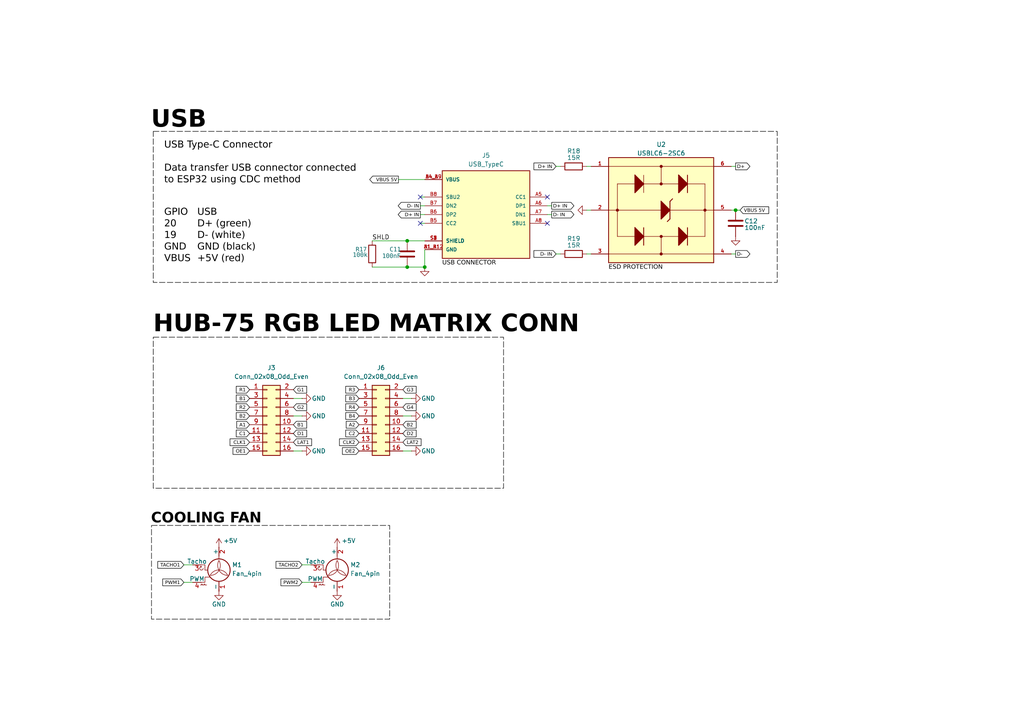
<source format=kicad_sch>
(kicad_sch (version 20250114) (generator "eeschema") (generator_version "9.0")
  (paper "A4")
  (lib_symbols
    (symbol "Connector_Generic:Conn_02x08_Odd_Even" (pin_names (offset 1.016) (hide yes))
      (property "Reference" "J" (at 1.27 10.16 0))
      (property "Value" "Conn_02x08_Odd_Even" (at 1.27 -12.7 0))
      (symbol "Conn_02x08_Odd_Even_1_1"
        (rectangle (start -1.27 8.89) (end 3.81 -11.43) (stroke (width 0.254)) (fill (type background)))
        (rectangle (start -1.27 7.747) (end 0 7.493) (stroke (width 0.1524)))
        (rectangle (start -1.27 5.207) (end 0 4.953) (stroke (width 0.1524)))
        (rectangle (start -1.27 2.667) (end 0 2.413) (stroke (width 0.1524)))
        (rectangle (start -1.27 0.127) (end 0 -0.127) (stroke (width 0.1524)))
        (rectangle (start -1.27 -2.413) (end 0 -2.667) (stroke (width 0.1524)))
        (rectangle (start -1.27 -4.953) (end 0 -5.207) (stroke (width 0.1524)))
        (rectangle (start -1.27 -7.493) (end 0 -7.747) (stroke (width 0.1524)))
        (rectangle (start -1.27 -10.033) (end 0 -10.287) (stroke (width 0.1524)))
        (rectangle (start 3.81 7.747) (end 2.54 7.493) (stroke (width 0.1524)))
        (rectangle (start 3.81 5.207) (end 2.54 4.953) (stroke (width 0.1524)))
        (rectangle (start 3.81 2.667) (end 2.54 2.413) (stroke (width 0.1524)))
        (rectangle (start 3.81 0.127) (end 2.54 -0.127) (stroke (width 0.1524)))
        (rectangle (start 3.81 -2.413) (end 2.54 -2.667) (stroke (width 0.1524)))
        (rectangle (start 3.81 -4.953) (end 2.54 -5.207) (stroke (width 0.1524)))
        (rectangle (start 3.81 -7.493) (end 2.54 -7.747) (stroke (width 0.1524)))
        (rectangle (start 3.81 -10.033) (end 2.54 -10.287) (stroke (width 0.1524)))
        (pin passive line (at -5.08 7.62 0) (length 3.81) (name "Pin_1") (number "1"))
        (pin passive line (at -5.08 5.08 0) (length 3.81) (name "Pin_3") (number "3"))
        (pin passive line (at -5.08 2.54 0) (length 3.81) (name "Pin_5") (number "5"))
        (pin passive line (at -5.08 0 0) (length 3.81) (name "Pin_7") (number "7"))
        (pin passive line (at -5.08 -2.54 0) (length 3.81) (name "Pin_9") (number "9"))
        (pin passive line (at -5.08 -5.08 0) (length 3.81) (name "Pin_11") (number "11"))
        (pin passive line (at -5.08 -7.62 0) (length 3.81) (name "Pin_13") (number "13"))
        (pin passive line (at -5.08 -10.16 0) (length 3.81) (name "Pin_15") (number "15"))
        (pin passive line (at 7.62 7.62 180) (length 3.81) (name "Pin_2") (number "2"))
        (pin passive line (at 7.62 5.08 180) (length 3.81) (name "Pin_4") (number "4"))
        (pin passive line (at 7.62 2.54 180) (length 3.81) (name "Pin_6") (number "6"))
        (pin passive line (at 7.62 0 180) (length 3.81) (name "Pin_8") (number "8"))
        (pin passive line (at 7.62 -2.54 180) (length 3.81) (name "Pin_10") (number "10"))
        (pin passive line (at 7.62 -5.08 180) (length 3.81) (name "Pin_12") (number "12"))
        (pin passive line (at 7.62 -7.62 180) (length 3.81) (name "Pin_14") (number "14"))
        (pin passive line (at 7.62 -10.16 180) (length 3.81) (name "Pin_16") (number "16"))
      )
    )
    (symbol "Device:C" (pin_numbers (hide yes)) (pin_names (offset 0.254))
      (property "Reference" "C" (at 0.635 2.54 0))
      (property "Value" "C" (at 0.635 -2.54 0))
      (symbol "C_0_1"
        (polyline (pts (xy -2.032 0.762) (xy 2.032 0.762)) (stroke (width 0.508)))
        (polyline (pts (xy -2.032 -0.762) (xy 2.032 -0.762)) (stroke (width 0.508)))
      )
      (symbol "C_1_1"
        (pin passive line (at 0 3.81 270) (length 2.794) (name "~") (number "1"))
        (pin passive line (at 0 -3.81 90) (length 2.794) (name "~") (number "2"))
      )
    )
    (symbol "Device:R" (pin_numbers (hide yes)) (pin_names (offset 0))
      (property "Reference" "R" (at 2.032 0 90))
      (property "Value" "R" (at 0 0 90))
      (symbol "R_0_1"
        (rectangle (start -1.016 -2.54) (end 1.016 2.54) (stroke (width 0.254)))
      )
      (symbol "R_1_1"
        (pin passive line (at 0 3.81 270) (length 1.27) (name "~") (number "1"))
        (pin passive line (at 0 -3.81 90) (length 1.27) (name "~") (number "2"))
      )
    )
    (symbol "Motor:Fan_4pin" (pin_names (offset 0))
      (property "Reference" "M" (at 2.54 5.08 0))
      (property "Value" "Fan_4pin" (at 2.54 -2.54 0))
      (symbol "Fan_4pin_0_0"
        (polyline (pts (xy -5.08 2.032) (xy -5.334 2.159)))
        (polyline (pts (xy -5.08 2.032) (xy -5.207 1.778)))
        (arc (start -4.572 1.524) (mid -5.08 1.0182) (end -5.588 1.524))
        (arc (start -5.588 1.524) (mid -5.4392 1.8832) (end -5.08 2.032))
        (polyline (pts (xy -4.064 2.54) (xy -4.064 1.016) (xy -3.302 1.016)))
      )
      (symbol "Fan_4pin_0_1"
        (polyline (pts (xy -5.334 -3.302) (xy -5.08 -3.302) (xy -5.08 -3.048) (xy -4.826 -3.048) (xy -4.826 -3.302) (xy -4.318 -3.302) (xy -4.318 -3.048) (xy -4.064 -3.048) (xy -4.064 -3.302) (xy -3.556 -3.302)))
        (polyline (pts (xy -4.064 2.54) (xy -5.08 2.54)))
        (polyline (pts (xy -2.54 -1.016) (xy -4.064 -1.016) (xy -4.064 -2.54) (xy -5.08 -2.54)))
        (arc (start 0 3.81) (mid -0.0015 0.9048) (end -2.54 -0.508))
        (polyline (pts (xy 0 4.572) (xy 0 5.08)))
        (polyline (pts (xy 0 4.2672) (xy 0 4.6228)))
        (circle (center 0 1.016) (radius 3.2512) (stroke (width 0.254)))
        (arc (start -2.54 -0.508) (mid 0 1.0618) (end 2.54 -0.508))
        (polyline (pts (xy 0 -2.2352) (xy 0 -2.6416)))
        (polyline (pts (xy 0 -5.08) (xy 0 -4.572)))
        (arc (start 2.54 -0.508) (mid 0.047 0.9315) (end 0 3.81))
      )
      (symbol "Fan_4pin_1_1"
        (pin passive line (at -7.62 2.54 0) (length 2.54) (name "Tacho") (number "3"))
        (pin input line (at -7.62 -2.54 0) (length 2.54) (name "PWM") (number "4"))
        (pin passive line (at 0 7.62 270) (length 2.54) (name "+") (number "2"))
        (pin passive line (at 0 -5.08 90) (length 2.54) (name "-") (number "1"))
      )
    )
    (symbol "power:+5V" (power) (pin_numbers (hide yes)) (pin_names (offset 0) (hide yes))
      (property "Value" "+5V" (at 0 3.556 0))
      (symbol "+5V_0_1"
        (polyline (pts (xy -0.762 1.27) (xy 0 2.54)))
        (polyline (pts (xy 0 2.54) (xy 0.762 1.27)))
        (polyline (pts (xy 0 0) (xy 0 2.54)))
      )
      (symbol "+5V_1_1"
        (pin power_in line (at 0 0 90) (length 0) (name "~") (number "1"))
      )
    )
    (symbol "power:GND" (power) (pin_numbers (hide yes)) (pin_names (offset 0) (hide yes))
      (property "Value" "GND" (at 0 -3.81 0))
      (symbol "GND_0_1"
        (polyline (pts (xy 0 0) (xy 0 -1.27) (xy 1.27 -1.27) (xy 0 -2.54) (xy -1.27 -1.27) (xy 0 -1.27)))
      )
      (symbol "GND_1_1"
        (pin power_in line (at 0 0 270) (length 0) (name "~") (number "1"))
      )
    )
    (symbol "sumec_library:USBLC6-2SC6" (pin_names (offset 1.016))
      (property "Reference" "U" (at -15.2693 17.8093 0))
      (property "Value" "USBLC6-2SC6" (at -15.2559 -17.7959 0))
      (symbol "USBLC6-2SC6_0_0"
        (polyline (pts (xy -15.24 12.7) (xy 0 12.7)) (stroke (width 0.1524)))
        (polyline (pts (xy -15.24 -12.7) (xy 0 -12.7)) (stroke (width 0.1524)))
        (rectangle (start -15.24 -15.24) (end 15.24 15.24) (stroke (width 0.254)) (fill (type background)))
        (polyline (pts (xy -12.7 7.62) (xy -12.7 0)) (stroke (width 0.1524)))
        (polyline (pts (xy -12.7 7.62) (xy -7.62 7.62)) (stroke (width 0.1524)))
        (circle (center -12.7 0) (radius 0.254) (stroke (width 0.381)))
        (polyline (pts (xy -12.7 0) (xy -15.24 0)) (stroke (width 0.1524)))
        (polyline (pts (xy -12.7 0) (xy -12.7 -7.62)) (stroke (width 0.1524)))
        (polyline (pts (xy -12.7 0) (xy 0 0)) (stroke (width 0.1524)))
        (polyline (pts (xy -12.7 -7.62) (xy -7.62 -7.62)) (stroke (width 0.1524)))
        (polyline (pts (xy -7.62 10.16) (xy -5.08 7.62)) (stroke (width 0.254)))
        (polyline (pts (xy -7.62 10.16) (xy -7.62 5.08) (xy -5.08 7.62) (xy -7.62 10.16)) (stroke (width 0.254)) (fill (type outline)))
        (polyline (pts (xy -7.62 7.62) (xy -7.62 10.16)) (stroke (width 0.254)))
        (polyline (pts (xy -7.62 5.08) (xy -7.62 7.62)) (stroke (width 0.254)))
        (polyline (pts (xy -7.62 -5.08) (xy -5.08 -7.62)) (stroke (width 0.254)))
        (polyline (pts (xy -7.62 -5.08) (xy -7.62 -10.16) (xy -5.08 -7.62) (xy -7.62 -5.08)) (stroke (width 0.254)) (fill (type outline)))
        (polyline (pts (xy -7.62 -7.62) (xy -7.62 -5.08)) (stroke (width 0.254)))
        (polyline (pts (xy -7.62 -10.16) (xy -7.62 -7.62)) (stroke (width 0.254)))
        (polyline (pts (xy -5.08 10.16) (xy -5.08 7.62)) (stroke (width 0.1524)))
        (polyline (pts (xy -5.08 7.62) (xy -7.62 5.08)) (stroke (width 0.254)))
        (polyline (pts (xy -5.08 7.62) (xy -5.08 5.08)) (stroke (width 0.1524)))
        (polyline (pts (xy -5.08 7.62) (xy 0 7.62)) (stroke (width 0.1524)))
        (polyline (pts (xy -5.08 -5.08) (xy -5.08 -7.62)) (stroke (width 0.254)))
        (polyline (pts (xy -5.08 -7.62) (xy -7.62 -10.16)) (stroke (width 0.254)))
        (polyline (pts (xy -5.08 -7.62) (xy -5.08 -10.16)) (stroke (width 0.254)))
        (polyline (pts (xy -5.08 -7.62) (xy 0 -7.62)) (stroke (width 0.1524)))
        (circle (center 0 12.7) (radius 0.254) (stroke (width 0.381)))
        (polyline (pts (xy 0 12.7) (xy 15.24 12.7)) (stroke (width 0.1524)))
        (circle (center 0 7.62) (radius 0.254) (stroke (width 0.381)))
        (polyline (pts (xy 0 7.62) (xy 0 12.7)) (stroke (width 0.1524)))
        (polyline (pts (xy 0 7.62) (xy 5.08 7.62)) (stroke (width 0.1524)))
        (polyline (pts (xy 0 2.54) (xy 2.54 0)) (stroke (width 0.254)))
        (polyline (pts (xy 0 2.54) (xy 0 -2.54) (xy 2.54 0) (xy 0 2.54)) (stroke (width 0.254)) (fill (type outline)))
        (polyline (pts (xy 0 0) (xy 0 2.54)) (stroke (width 0.254)))
        (polyline (pts (xy 0 -2.54) (xy 0 0)) (stroke (width 0.254)))
        (polyline (pts (xy 0 -7.62) (xy 0 -12.7)) (stroke (width 0.1524)))
        (polyline (pts (xy 0 -7.62) (xy 5.08 -7.62)) (stroke (width 0.1524)))
        (circle (center 0 -7.62) (radius 0.254) (stroke (width 0.381)))
        (circle (center 0 -12.7) (radius 0.254) (stroke (width 0.381)))
        (polyline (pts (xy 2.54 2.54) (xy 2.54 -2.54)) (stroke (width 0.254)))
        (polyline (pts (xy 2.54 2.54) (xy 3.302 3.302)) (stroke (width 0.254)))
        (polyline (pts (xy 2.54 0) (xy 0 -2.54)) (stroke (width 0.254)))
        (polyline (pts (xy 2.54 0) (xy 12.7 0)) (stroke (width 0.1524)))
        (polyline (pts (xy 2.54 -2.54) (xy 1.778 -3.302)) (stroke (width 0.254)))
        (polyline (pts (xy 5.08 10.16) (xy 7.62 7.62)) (stroke (width 0.254)))
        (polyline (pts (xy 5.08 10.16) (xy 5.08 5.08) (xy 7.62 7.62) (xy 5.08 10.16)) (stroke (width 0.254)) (fill (type outline)))
        (polyline (pts (xy 5.08 7.62) (xy 5.08 10.16)) (stroke (width 0.254)))
        (polyline (pts (xy 5.08 5.08) (xy 5.08 7.62)) (stroke (width 0.254)))
        (polyline (pts (xy 5.08 -5.08) (xy 7.62 -7.62)) (stroke (width 0.254)))
        (polyline (pts (xy 5.08 -5.08) (xy 5.08 -10.16) (xy 7.62 -7.62) (xy 5.08 -5.08)) (stroke (width 0.254)) (fill (type outline)))
        (polyline (pts (xy 5.08 -7.62) (xy 5.08 -5.08)) (stroke (width 0.254)))
        (polyline (pts (xy 5.08 -10.16) (xy 5.08 -7.62)) (stroke (width 0.254)))
        (polyline (pts (xy 7.62 10.16) (xy 7.62 7.62)) (stroke (width 0.254)))
        (polyline (pts (xy 7.62 7.62) (xy 5.08 5.08)) (stroke (width 0.254)))
        (polyline (pts (xy 7.62 7.62) (xy 7.62 5.08)) (stroke (width 0.254)))
        (polyline (pts (xy 7.62 7.62) (xy 12.7 7.62)) (stroke (width 0.1524)))
        (polyline (pts (xy 7.62 -5.08) (xy 7.62 -7.62)) (stroke (width 0.254)))
        (polyline (pts (xy 7.62 -7.62) (xy 5.08 -10.16)) (stroke (width 0.254)))
        (polyline (pts (xy 7.62 -7.62) (xy 7.62 -10.16)) (stroke (width 0.254)))
        (polyline (pts (xy 7.62 -7.62) (xy 12.7 -7.62)) (stroke (width 0.1524)))
        (polyline (pts (xy 12.7 7.62) (xy 12.7 0)) (stroke (width 0.1524)))
        (polyline (pts (xy 12.7 0) (xy 12.7 -7.62)) (stroke (width 0.1524)))
        (polyline (pts (xy 12.7 0) (xy 15.24 0)) (stroke (width 0.1524)))
        (circle (center 12.7 0) (radius 0.254) (stroke (width 0.381)))
        (polyline (pts (xy 15.24 -12.7) (xy 0 -12.7)) (stroke (width 0.1524)))
        (pin bidirectional line (at -20.32 12.7 0) (length 5.08) (name "~") (number "1"))
        (pin power_in line (at -20.32 0 0) (length 5.08) (name "~") (number "2"))
        (pin bidirectional line (at -20.32 -12.7 0) (length 5.08) (name "~") (number "3"))
        (pin bidirectional line (at 20.32 12.7 180) (length 5.08) (name "~") (number "6"))
        (pin power_in line (at 20.32 0 180) (length 5.08) (name "~") (number "5"))
        (pin bidirectional line (at 20.32 -12.7 180) (length 5.08) (name "~") (number "4"))
      )
    )
    (symbol "sumec_sch_lib:USB_TypeC" (pin_names (offset 1.016))
      (property "Reference" "J" (at -12.7 13.462 0))
      (property "Value" "USB_TypeC" (at -12.7 -13.462 0))
      (symbol "USB_TypeC_0_0"
        (rectangle (start -12.7 -12.7) (end 12.7 12.7) (stroke (width 0.254)) (fill (type background)))
        (pin bidirectional line (at -17.78 5.08 0) (length 5.08) (name "CC1") (number "A5"))
        (pin bidirectional line (at -17.78 2.54 0) (length 5.08) (name "DP1") (number "A6"))
        (pin bidirectional line (at -17.78 0 0) (length 5.08) (name "DN1") (number "A7"))
        (pin bidirectional line (at -17.78 -2.54 0) (length 5.08) (name "SBU1") (number "A8"))
        (pin power_in line (at 17.78 10.16 180) (length 5.08) (name "VBUS") (number "A4_B9"))
        (pin power_in line (at 17.78 10.16 180) (length 5.08) (name "VBUS") (number "B4_A9"))
        (pin bidirectional line (at 17.78 5.08 180) (length 5.08) (name "SBU2") (number "B8"))
        (pin bidirectional line (at 17.78 2.54 180) (length 5.08) (name "DN2") (number "B7"))
        (pin bidirectional line (at 17.78 0 180) (length 5.08) (name "DP2") (number "B6"))
        (pin bidirectional line (at 17.78 -2.54 180) (length 5.08) (name "CC2") (number "B5"))
        (pin passive line (at 17.78 -7.62 180) (length 5.08) (name "SHIELD") (number "S1"))
        (pin passive line (at 17.78 -7.62 180) (length 5.08) (name "SHIELD") (number "S2"))
        (pin passive line (at 17.78 -7.62 180) (length 5.08) (name "SHIELD") (number "S3"))
        (pin passive line (at 17.78 -7.62 180) (length 5.08) (name "SHIELD") (number "S4"))
        (pin power_in line (at 17.78 -10.16 180) (length 5.08) (name "GND") (number "A1_B12"))
        (pin power_in line (at 17.78 -10.16 180) (length 5.08) (name "GND") (number "B1_A12"))
      )
    )
  )
  (rectangle (start 43.942 152.4) (end 113.03 179.578) (stroke (width 0) (type dash) (color 0 0 0 1)))
  (rectangle (start 44.45 38.1) (end 225.425 81.915) (stroke (width 0) (type dash) (color 0 0 0 1)))
  (rectangle (start 44.45 97.79) (end 146.05 141.605) (stroke (width 0) (type dash) (color 0 0 0 1)))
  (text "USB" (at 43.815 36.195 0) (effects (font (size 5 5) (thickness 1.2) (bold yes)) (justify left)))
  (text "GPIO	USB\n20		D+ (green)\n19		D- (white)\nGND	GND (black)\nVBUS	+5V (red)" (at 47.625 76.835 0) (effects (font (size 2 2)) (justify left bottom)))
  (text "ESD PROTECTION" (at 176.53 78.74 0) (effects (font (size 1.27 1.27)) (justify left bottom)))
  (text "HUB-75 RGB LED MATRIX CONN" (at 44.45 95.504 0) (effects (font (size 5 5) (thickness 1.2) (bold yes)) (justify left)))
  (text "USB Type-C Connector\n\nData transfer USB connector connected\nto ESP32 using CDC method" (at 47.625 53.975 0) (effects (font (size 2 2) (italic yes)) (justify left bottom)))
  (text "COOLING FAN" (at 43.815 153.035 0) (effects (font (size 3 3) (bold yes)) (justify left bottom)))
  (text "USB CONNECTOR" (at 128.27 77.47 0) (effects (font (size 1.27 1.27)) (justify left bottom)))
  (junction (at 118.11 77.47))
  (junction (at 213.36 60.96))
  (junction (at 123.19 77.47))
  (junction (at 118.11 69.85))
  (no_connect (at 158.75 64.77))
  (no_connect (at 158.75 57.15))
  (no_connect (at 121.92 57.15))
  (no_connect (at 121.92 64.77))
  (wire (pts (xy 107.95 77.47) (xy 118.11 77.47)))
  (wire (pts (xy 115.57 52.07) (xy 123.19 52.07)))
  (wire (pts (xy 87.63 115.57) (xy 85.09 115.57)))
  (wire (pts (xy 214.63 60.96) (xy 213.36 60.96)))
  (wire (pts (xy 119.38 115.57) (xy 116.84 115.57)))
  (wire (pts (xy 160.02 59.69) (xy 158.75 59.69)))
  (wire (pts (xy 213.36 73.66) (xy 212.09 73.66)))
  (wire (pts (xy 107.95 69.85) (xy 118.11 69.85)))
  (wire (pts (xy 213.36 60.96) (xy 212.09 60.96)))
  (wire (pts (xy 87.63 168.91) (xy 90.17 168.91)))
  (wire (pts (xy 170.18 73.66) (xy 171.45 73.66)))
  (wire (pts (xy 121.92 64.77) (xy 123.19 64.77)))
  (wire (pts (xy 53.34 168.91) (xy 55.88 168.91)))
  (wire (pts (xy 121.92 57.15) (xy 123.19 57.15)))
  (wire (pts (xy 121.92 62.23) (xy 123.19 62.23)))
  (wire (pts (xy 87.63 163.83) (xy 90.17 163.83)))
  (wire (pts (xy 53.34 163.83) (xy 55.88 163.83)))
  (wire (pts (xy 121.92 59.69) (xy 123.19 59.69)))
  (wire (pts (xy 161.29 73.66) (xy 162.56 73.66)))
  (wire (pts (xy 87.63 130.81) (xy 85.09 130.81)))
  (wire (pts (xy 118.11 69.85) (xy 123.19 69.85)))
  (wire (pts (xy 87.63 120.65) (xy 85.09 120.65)))
  (wire (pts (xy 170.18 48.26) (xy 171.45 48.26)))
  (wire (pts (xy 123.19 77.47) (xy 123.19 72.39)))
  (wire (pts (xy 160.02 62.23) (xy 158.75 62.23)))
  (wire (pts (xy 212.09 48.26) (xy 213.36 48.26)))
  (wire (pts (xy 161.29 48.26) (xy 162.56 48.26)))
  (wire (pts (xy 119.38 120.65) (xy 116.84 120.65)))
  (wire (pts (xy 119.38 130.81) (xy 116.84 130.81)))
  (wire (pts (xy 118.11 77.47) (xy 123.19 77.47)))
  (wire (pts (xy 170.18 60.96) (xy 171.45 60.96)))
  (label "SHLD" (at 107.95 69.85 0))
  (global_label "R3" (shape input) (at 104.14 113.03 180) (effects (font (size 1 1))) (property "Intersheetrefs" "${INTERSHEET_REFS}" (effects (hide yes))))
  (global_label "G4" (shape input) (at 116.84 118.11 0) (effects (font (size 1 1))) (property "Intersheetrefs" "${INTERSHEET_REFS}" (effects (hide yes))))
  (global_label "R4" (shape input) (at 104.14 118.11 180) (effects (font (size 1 1))) (property "Intersheetrefs" "${INTERSHEET_REFS}" (effects (hide yes))))
  (global_label "D1" (shape input) (at 85.09 125.73 0) (effects (font (size 1 1))) (property "Intersheetrefs" "${INTERSHEET_REFS}" (effects (hide yes))))
  (global_label "LAT1" (shape input) (at 85.09 128.27 0) (effects (font (size 1 1))) (property "Intersheetrefs" "${INTERSHEET_REFS}" (effects (hide yes))))
  (global_label "R1" (shape input) (at 72.39 113.03 180) (effects (font (size 1 1))) (property "Intersheetrefs" "${INTERSHEET_REFS}" (effects (hide yes))))
  (global_label "PWM1" (shape input) (at 53.34 168.91 180) (effects (font (size 1 1))) (property "Intersheetrefs" "${INTERSHEET_REFS}" (effects (hide yes))))
  (global_label "G3" (shape input) (at 116.84 113.03 0) (effects (font (size 1 1))) (property "Intersheetrefs" "${INTERSHEET_REFS}" (effects (hide yes))))
  (global_label "D- IN" (shape input) (at 161.29 73.66 180) (effects (font (size 1 1))) (property "Intersheetrefs" "${INTERSHEET_REFS}" (effects (hide yes))))
  (global_label "G1" (shape input) (at 85.09 113.03 0) (effects (font (size 1 1))) (property "Intersheetrefs" "${INTERSHEET_REFS}" (effects (hide yes))))
  (global_label "D+ IN" (shape input) (at 161.29 48.26 180) (effects (font (size 1 1))) (property "Intersheetrefs" "${INTERSHEET_REFS}" (effects (hide yes))))
  (global_label "D- IN" (shape output) (at 160.02 62.23 0) (effects (font (size 1 1))) (property "Intersheetrefs" "${INTERSHEET_REFS}" (effects (hide yes))))
  (global_label "D+ IN" (shape output) (at 160.02 59.69 0) (effects (font (size 1 1))) (property "Intersheetrefs" "${INTERSHEET_REFS}" (effects (hide yes))))
  (global_label "D+ IN" (shape output) (at 121.92 62.23 180) (effects (font (size 1 1))) (property "Intersheetrefs" "${INTERSHEET_REFS}" (effects (hide yes))))
  (global_label "A1" (shape input) (at 72.39 123.19 180) (effects (font (size 1 1))) (property "Intersheetrefs" "${INTERSHEET_REFS}" (effects (hide yes))))
  (global_label "B2" (shape input) (at 72.39 120.65 180) (effects (font (size 1 1))) (property "Intersheetrefs" "${INTERSHEET_REFS}" (effects (hide yes))))
  (global_label "TACHO2" (shape input) (at 87.63 163.83 180) (effects (font (size 1 1))) (property "Intersheetrefs" "${INTERSHEET_REFS}" (effects (hide yes))))
  (global_label "OE1" (shape input) (at 72.39 130.81 180) (effects (font (size 1 1))) (property "Intersheetrefs" "${INTERSHEET_REFS}" (effects (hide yes))))
  (global_label "B4" (shape input) (at 104.14 120.65 180) (effects (font (size 1 1))) (property "Intersheetrefs" "${INTERSHEET_REFS}" (effects (hide yes))))
  (global_label "C2" (shape input) (at 104.14 125.73 180) (effects (font (size 1 1))) (property "Intersheetrefs" "${INTERSHEET_REFS}" (effects (hide yes))))
  (global_label "D+" (shape output) (at 213.36 48.26 0) (effects (font (size 1 1))) (property "Intersheetrefs" "${INTERSHEET_REFS}" (effects (hide yes))))
  (global_label "B3" (shape input) (at 104.14 115.57 180) (effects (font (size 1 1))) (property "Intersheetrefs" "${INTERSHEET_REFS}" (effects (hide yes))))
  (global_label "D-" (shape output) (at 213.36 73.66 0) (effects (font (size 1 1))) (property "Intersheetrefs" "${INTERSHEET_REFS}" (effects (hide yes))))
  (global_label "PWM2" (shape input) (at 87.63 168.91 180) (effects (font (size 1 1))) (property "Intersheetrefs" "${INTERSHEET_REFS}" (effects (hide yes))))
  (global_label "B2" (shape input) (at 116.84 123.19 0) (effects (font (size 1 1))) (property "Intersheetrefs" "${INTERSHEET_REFS}" (effects (hide yes))))
  (global_label "B1" (shape input) (at 85.09 123.19 0) (effects (font (size 1 1))) (property "Intersheetrefs" "${INTERSHEET_REFS}" (effects (hide yes))))
  (global_label "CLK2" (shape input) (at 104.14 128.27 180) (effects (font (size 1 1))) (property "Intersheetrefs" "${INTERSHEET_REFS}" (effects (hide yes))))
  (global_label "D- IN" (shape output) (at 121.92 59.69 180) (effects (font (size 1 1))) (property "Intersheetrefs" "${INTERSHEET_REFS}" (effects (hide yes))))
  (global_label "D2" (shape input) (at 116.84 125.73 0) (effects (font (size 1 1))) (property "Intersheetrefs" "${INTERSHEET_REFS}" (effects (hide yes))))
  (global_label "G2" (shape input) (at 85.09 118.11 0) (effects (font (size 1 1))) (property "Intersheetrefs" "${INTERSHEET_REFS}" (effects (hide yes))))
  (global_label "OE2" (shape input) (at 104.14 130.81 180) (effects (font (size 1 1))) (property "Intersheetrefs" "${INTERSHEET_REFS}" (effects (hide yes))))
  (global_label "VBUS 5V" (shape input) (at 214.63 60.96 0) (effects (font (size 1 1))) (property "Intersheetrefs" "${INTERSHEET_REFS}" (effects (hide yes))))
  (global_label "R2" (shape input) (at 72.39 118.11 180) (effects (font (size 1 1))) (property "Intersheetrefs" "${INTERSHEET_REFS}" (effects (hide yes))))
  (global_label "C1" (shape input) (at 72.39 125.73 180) (effects (font (size 1 1))) (property "Intersheetrefs" "${INTERSHEET_REFS}" (effects (hide yes))))
  (global_label "A2" (shape input) (at 104.14 123.19 180) (effects (font (size 1 1))) (property "Intersheetrefs" "${INTERSHEET_REFS}" (effects (hide yes))))
  (global_label "LAT2" (shape input) (at 116.84 128.27 0) (effects (font (size 1 1))) (property "Intersheetrefs" "${INTERSHEET_REFS}" (effects (hide yes))))
  (global_label "VBUS 5V" (shape output) (at 115.57 52.07 180) (effects (font (size 1 1))) (property "Intersheetrefs" "${INTERSHEET_REFS}" (effects (hide yes))))
  (global_label "CLK1" (shape input) (at 72.39 128.27 180) (effects (font (size 1 1))) (property "Intersheetrefs" "${INTERSHEET_REFS}" (effects (hide yes))))
  (global_label "TACHO1" (shape input) (at 53.34 163.83 180) (effects (font (size 1 1))) (property "Intersheetrefs" "${INTERSHEET_REFS}" (effects (hide yes))))
  (global_label "B1" (shape input) (at 72.39 115.57 180) (effects (font (size 1 1))) (property "Intersheetrefs" "${INTERSHEET_REFS}" (effects (hide yes))))
  (symbol (lib_id "Connector_Generic:Conn_02x08_Odd_Even") (at 77.47 120.65 0) (unit 1)
    (property "Reference" "J3" (at 78.74 106.68 0))
    (property "Value" "Conn_02x08_Odd_Even" (at 78.74 109.22 0))
    (property "Footprint" "Connector_IDC:IDC-Header_2x08_P2.54mm_Vertical_SMD" (effects (hide yes)))
    (property "Description" "Generic connector, double row, 02x08, odd/even pin numbering scheme (row 1 odd numbers, row 2 even numbers), script generated (kicad-library-utils/schlib/autogen/connector/)" (effects (hide yes)))
  )
  (symbol (lib_id "Device:C") (at 213.36 64.77 0) (unit 1)
    (property "Reference" "C12" (at 215.9 64.135 0) (effects (justify left)))
    (property "Value" "100nF" (at 215.9 66.04 0) (effects (justify left)))
    (property "Footprint" "Capacitor_SMD:C_0805_2012Metric_Pad1.18x1.45mm_HandSolder" (effects (hide yes)))
  )
  (symbol (lib_id "power:GND") (at 123.19 77.47 0) (unit 1)
    (property "Reference" "#PWR044" (effects (hide yes)))
    (property "Value" "GND" (effects (hide yes)))
  )
  (symbol (lib_id "power:GND") (at 213.36 68.58 0) (unit 1)
    (property "Reference" "#PWR052" (effects (hide yes)))
    (property "Value" "GND" (effects (hide yes)))
  )
  (symbol (lib_id "Device:R") (at 107.95 73.66 0) (unit 1)
    (property "Reference" "R17" (at 104.775 72.39 0))
    (property "Value" "100k" (at 104.4575 73.9775 0))
    (property "Footprint" "Resistor_SMD:R_0805_2012Metric_Pad1.20x1.40mm_HandSolder" (effects (hide yes)))
  )
  (symbol (lib_id "power:GND") (at 87.63 115.57 90) (unit 1)
    (property "Reference" "#PWR038" (effects (hide yes)))
    (property "Value" "GND" (at 92.456 115.57 90))
  )
  (symbol (lib_id "power:GND") (at 87.63 120.65 90) (unit 1)
    (property "Reference" "#PWR039" (effects (hide yes)))
    (property "Value" "GND" (at 92.456 120.65 90))
  )
  (symbol (lib_id "power:GND") (at 119.38 120.65 90) (unit 1)
    (property "Reference" "#PWR046" (effects (hide yes)))
    (property "Value" "GND" (at 124.206 120.65 90))
  )
  (symbol (lib_id "power:GND") (at 170.18 60.96 270) (unit 1)
    (property "Reference" "#PWR048" (effects (hide yes)))
    (property "Value" "GND" (effects (hide yes)))
  )
  (symbol (lib_id "power:GND") (at 63.5 171.45 0) (unit 1)
    (property "Reference" "#PWR037" (effects (hide yes)))
    (property "Value" "GND" (at 63.5 175.26 0))
    (property "Description" "Power symbol creates a global label with name \"GND\" , ground" (effects (hide yes)))
  )
  (symbol (lib_id "Motor:Fan_4pin") (at 97.79 166.37 0) (unit 1)
    (property "Reference" "M2" (at 101.6 163.83 0) (effects (justify left)))
    (property "Value" "Fan_4pin" (at 101.6 166.37 0) (effects (justify left)))
    (property "Footprint" "Connector:FanPinHeader_1x04_P2.54mm_Vertical" (effects (hide yes)))
    (property "Datasheet" "http://www.formfactors.org/developer%5Cspecs%5Crev1_2_public.pdf" (effects (hide yes)))
    (property "Description" "Fan, tacho output, PWM input, 4-pin connector" (effects (hide yes)))
  )
  (symbol (lib_id "power:GND") (at 119.38 115.57 90) (unit 1)
    (property "Reference" "#PWR045" (effects (hide yes)))
    (property "Value" "GND" (at 124.206 115.57 90))
  )
  (symbol (lib_id "Device:C") (at 118.11 73.66 0) (mirror x) (unit 1)
    (property "Reference" "C11" (at 113.03 72.39 0) (effects (justify left)))
    (property "Value" "100nF" (at 110.49 74.295 0) (effects (justify left)))
    (property "Footprint" "Capacitor_SMD:C_0805_2012Metric_Pad1.18x1.45mm_HandSolder" (effects (hide yes)))
  )
  (symbol (lib_id "sumec_library:USBLC6-2SC6") (at 191.77 60.96 0) (unit 1)
    (property "Reference" "U2" (at 191.77 41.91 0))
    (property "Value" "USBLC6-2SC6" (at 191.77 44.45 0))
    (property "Footprint" "Package_TO_SOT_SMD:TSOT-23-6_HandSoldering" (effects (hide yes)))
    (property "Description" "\n17V Clamp 5A (8/20µs) Ipp Tvs Diode Surface Mount SOT-23-6\n" (effects (hide yes)))
    (property "MF" "STMicroelectronics" (effects (hide yes)))
    (property "PURCHASE-URL" "https://pricing.snapeda.com/search/part/USBLC6-2SC6/?ref=eda" (effects (hide yes)))
    (property "PACKAGE" "SOT-23-6 STMicroelectronics" (effects (hide yes)))
    (property "PRICE" "None" (effects (hide yes)))
    (property "Package" "SOT-23-6 STMicroelectronics" (effects (hide yes)))
    (property "Check_prices" "https://www.snapeda.com/parts/USBLC6-2SC6/STMicroelectronics/view-part/?ref=eda" (effects (hide yes)))
    (property "Price" "None" (effects (hide yes)))
    (property "SnapEDA_Link" "https://www.snapeda.com/parts/USBLC6-2SC6/STMicroelectronics/view-part/?ref=snap" (effects (hide yes)))
    (property "MP" "USBLC6-2SC6" (effects (hide yes)))
    (property "Purchase-URL" "https://www.snapeda.com/api/url_track_click_mouser/?unipart_id=231887&manufacturer=STMicroelectronics&part_name=USBLC6-2SC6&search_term=None" (effects (hide yes)))
    (property "Availability" "In Stock" (effects (hide yes)))
    (property "AVAILABILITY" "In Stock" (effects (hide yes)))
    (property "DESCRIPTION" "17V Clamp 5A (8/20µs) Ipp Tvs Diode Surface Mount SOT-23-6" (effects (hide yes)))
  )
  (symbol (lib_id "power:GND") (at 87.63 130.81 90) (unit 1)
    (property "Reference" "#PWR040" (effects (hide yes)))
    (property "Value" "GND" (at 92.456 130.81 90))
  )
  (symbol (lib_id "Device:R") (at 166.37 73.66 90) (unit 1)
    (property "Reference" "R19" (at 164.465 69.215 90) (effects (justify right)))
    (property "Value" "15R" (at 164.465 71.12 90) (effects (justify right)))
    (property "Footprint" "Resistor_SMD:R_0805_2012Metric_Pad1.20x1.40mm_HandSolder" (effects (hide yes)))
  )
  (symbol (lib_id "power:+5V") (at 97.79 158.75 0) (unit 1)
    (property "Reference" "#PWR025" (effects (hide yes)))
    (property "Value" "+5V" (at 99.06 156.845 0) (effects (justify left)))
    (property "Description" "Power symbol creates a global label with name \"+5V\"" (effects (hide yes)))
  )
  (symbol (lib_id "Device:R") (at 166.37 48.26 90) (unit 1)
    (property "Reference" "R18" (at 164.465 43.815 90) (effects (justify right)))
    (property "Value" "15R" (at 164.465 45.72 90) (effects (justify right)))
    (property "Footprint" "Resistor_SMD:R_0805_2012Metric_Pad1.20x1.40mm_HandSolder" (effects (hide yes)))
  )
  (symbol (lib_id "power:GND") (at 119.38 130.81 90) (unit 1)
    (property "Reference" "#PWR047" (effects (hide yes)))
    (property "Value" "GND" (at 124.206 130.81 90))
  )
  (symbol (lib_id "Connector_Generic:Conn_02x08_Odd_Even") (at 109.22 120.65 0) (unit 1)
    (property "Reference" "J6" (at 110.49 106.68 0))
    (property "Value" "Conn_02x08_Odd_Even" (at 110.49 109.22 0))
    (property "Footprint" "Connector_IDC:IDC-Header_2x08_P2.54mm_Vertical_SMD" (effects (hide yes)))
    (property "Description" "Generic connector, double row, 02x08, odd/even pin numbering scheme (row 1 odd numbers, row 2 even numbers), script generated (kicad-library-utils/schlib/autogen/connector/)" (effects (hide yes)))
  )
  (symbol (lib_id "sumec_sch_lib:USB_TypeC") (at 140.97 62.23 0) (mirror y) (unit 1)
    (property "Reference" "J5" (at 140.97 45.085 0))
    (property "Value" "USB_TypeC" (at 140.97 47.625 0))
    (property "Footprint" "sumec_brd:HRO_TYPE-C-31-M-12" (effects (hide yes)))
    (property "Datasheet" "TYPE-C-31-M-12" (effects (hide yes)))
    (property "Description" "USB Connectors 24 Receptacle 1 8.94*7.3mm RoHS" (effects (hide yes)))
    (property "MF" "HRO Electronics Co., Ltd." (effects (hide yes)))
    (property "MAXIMUM_PACKAGE_HEIGHT" "3.26 mm" (effects (hide yes)))
    (property "Package" "Package" (effects (hide yes)))
    (property "Price" "None" (effects (hide yes)))
    (property "Check_prices" "https://www.snapeda.com/parts/TYPE-C-31-M-12/HRO+Electronics+Co.%252C+Ltd./view-part/?ref=eda" (effects (hide yes)))
    (property "STANDARD" "Manufacturer Recommendations" (effects (hide yes)))
    (property "PARTREV" "2020.12.08" (effects (hide yes)))
    (property "SnapEDA_Link" "https://www.snapeda.com/parts/TYPE-C-31-M-12/HRO+Electronics+Co.%252C+Ltd./view-part/?ref=snap" (effects (hide yes)))
    (property "MP" "TYPE-C-31-M-12" (effects (hide yes)))
    (property "SNAPEDA_PN" "TYPE-C-31-M-12" (effects (hide yes)))
    (property "Availability" "Not in stock" (effects (hide yes)))
    (property "MANUFACTURER" "HRO Electronics Co., Ltd." (effects (hide yes)))
  )
  (symbol (lib_id "Motor:Fan_4pin") (at 63.5 166.37 0) (unit 1)
    (property "Reference" "M1" (at 67.31 163.83 0) (effects (justify left)))
    (property "Value" "Fan_4pin" (at 67.31 166.37 0) (effects (justify left)))
    (property "Footprint" "Connector:FanPinHeader_1x04_P2.54mm_Vertical" (effects (hide yes)))
    (property "Datasheet" "http://www.formfactors.org/developer%5Cspecs%5Crev1_2_public.pdf" (effects (hide yes)))
    (property "Description" "Fan, tacho output, PWM input, 4-pin connector" (effects (hide yes)))
  )
  (symbol (lib_id "power:GND") (at 97.79 171.45 0) (unit 1)
    (property "Reference" "#PWR026" (effects (hide yes)))
    (property "Value" "GND" (at 97.79 175.26 0))
    (property "Description" "Power symbol creates a global label with name \"GND\" , ground" (effects (hide yes)))
  )
  (symbol (lib_id "power:+5V") (at 63.5 158.75 0) (unit 1)
    (property "Reference" "#PWR013" (effects (hide yes)))
    (property "Value" "+5V" (at 64.77 156.845 0) (effects (justify left)))
    (property "Description" "Power symbol creates a global label with name \"+5V\"" (effects (hide yes)))
  )
)
</source>
